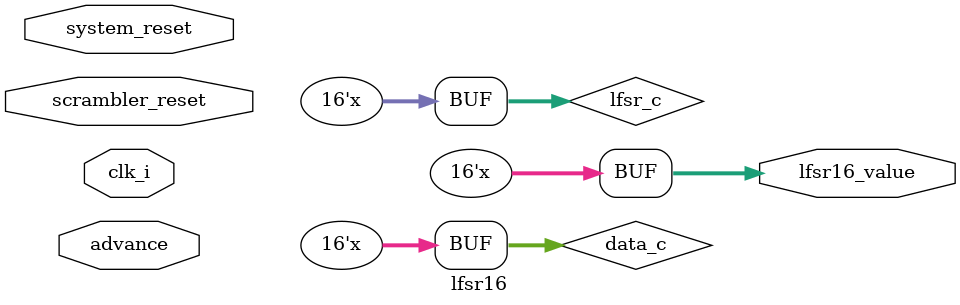
<source format=v>
module lfsr16(
    input clk_i,    
    input scrambler_reset,
    input system_reset,
    input [1:0] advance,
    output [15:0] lfsr16_value
);

reg [15:0] lfsr_q, lfsr_c;
reg [15:0] data_c;


always @(*) begin

    if(scrambler_reset) begin
        lfsr_q <= 16'hFFFF;
    end 

    lfsr_c[0] = lfsr_q[ 0] ^ lfsr_q[11] ^ lfsr_q[12] ^ lfsr_q[13];
    lfsr_c[1] = lfsr_q[ 1] ^ lfsr_q[12] ^ lfsr_q[13] ^ lfsr_q[14];
    lfsr_c[2] = lfsr_q[ 2] ^ lfsr_q[13] ^ lfsr_q[14] ^ lfsr_q[15];
    lfsr_c[3] = lfsr_q[ 0] ^ lfsr_q[ 3] ^ lfsr_q[11] ^ lfsr_q[12] ^ lfsr_q[13] ^ lfsr_q[14] ^ lfsr_q[15];
    lfsr_c[4] = lfsr_q[ 0] ^ lfsr_q[ 1] ^ lfsr_q[ 4] ^ lfsr_q[11] ^ lfsr_q[14] ^ lfsr_q[15];
    lfsr_c[5] = lfsr_q[ 0] ^ lfsr_q[ 1] ^ lfsr_q[ 2] ^ lfsr_q[ 5] ^ lfsr_q[11] ^ lfsr_q[13] ^ lfsr_q[15];
    lfsr_c[6] = lfsr_q[ 1] ^ lfsr_q[ 2] ^ lfsr_q[ 3] ^ lfsr_q[ 6] ^ lfsr_q[12] ^ lfsr_q[14];
    lfsr_c[7] = lfsr_q[ 2] ^ lfsr_q[ 3] ^ lfsr_q[ 4] ^ lfsr_q[ 7] ^ lfsr_q[13] ^ lfsr_q[15];
    lfsr_c[8] = lfsr_q[ 3] ^ lfsr_q[ 4] ^ lfsr_q[ 5] ^ lfsr_q[ 8] ^ lfsr_q[14];
    lfsr_c[9] = lfsr_q[ 4] ^ lfsr_q[ 5] ^ lfsr_q[ 6] ^ lfsr_q[ 9] ^ lfsr_q[15];
    lfsr_c[10] = lfsr_q[5] ^ lfsr_q[ 6] ^ lfsr_q[ 7] ^ lfsr_q[10];
    lfsr_c[11] = lfsr_q[6] ^ lfsr_q[ 7] ^ lfsr_q[ 8] ^ lfsr_q[11];
    lfsr_c[12] = lfsr_q[7] ^ lfsr_q[ 8] ^ lfsr_q[ 9] ^ lfsr_q[12];
    lfsr_c[13] = lfsr_q[8] ^ lfsr_q[ 9] ^ lfsr_q[10] ^ lfsr_q[13];
    lfsr_c[14] = lfsr_q[9] ^ lfsr_q[10] ^ lfsr_q[11] ^ lfsr_q[14];
    lfsr_c[15] = lfsr_q[10] ^ lfsr_q[11] ^ lfsr_q[12] ^ lfsr_q[15];


    data_c[0] = lfsr_q[15];
    data_c[1] = lfsr_q[14];
    data_c[2] = lfsr_q[13];
    data_c[3] = lfsr_q[12];
    data_c[4] = lfsr_q[11];
    data_c[5] = lfsr_q[10];
    data_c[6] = lfsr_q[9];
    data_c[7] = lfsr_q[8];
    data_c[8] = lfsr_q[7];
    data_c[9] = lfsr_q[6];
    data_c[10] = lfsr_q[5];
    data_c[11] = lfsr_q[4] ^ lfsr_q[15];
    data_c[12] = lfsr_q[3] ^ lfsr_q[14] ^ lfsr_q[15];
    data_c[13] = lfsr_q[2] ^ lfsr_q[13] ^ lfsr_q[14] ^ lfsr_q[15];
    data_c[14] = lfsr_q[1] ^ lfsr_q[12] ^ lfsr_q[13] ^ lfsr_q[14];
    data_c[15] = lfsr_q[0] ^ lfsr_q[11] ^ lfsr_q[12] ^ lfsr_q[13];
    
    
end


always @(posedge clk_i or negedge system_reset) begin
    if(!system_reset) begin
        lfsr_q <= 16'hFFFF;
    end else begin
        lfsr_q <= lfsr_c;
        end
end



assign lfsr16_value = data_c;



endmodule
</source>
